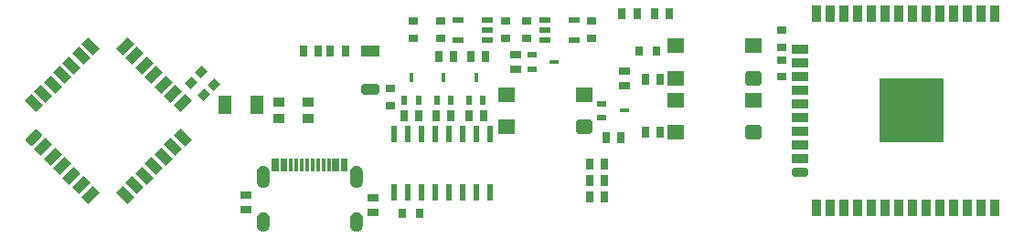
<source format=gtp>
G04 Layer_Color=8421504*
%FSLAX24Y24*%
%MOIN*%
G70*
G01*
G75*
%ADD11R,0.0390X0.0283*%
%ADD12R,0.0283X0.0390*%
G04:AMPARAMS|DCode=13|XSize=33.5mil|YSize=15.7mil|CornerRadius=0mil|HoleSize=0mil|Usage=FLASHONLY|Rotation=90.000|XOffset=0mil|YOffset=0mil|HoleType=Round|Shape=Octagon|*
%AMOCTAGOND13*
4,1,8,0.0039,0.0167,-0.0039,0.0167,-0.0079,0.0128,-0.0079,-0.0128,-0.0039,-0.0167,0.0039,-0.0167,0.0079,-0.0128,0.0079,0.0128,0.0039,0.0167,0.0*
%
%ADD13OCTAGOND13*%

%ADD14R,0.0217X0.0335*%
G04:AMPARAMS|DCode=15|XSize=33.5mil|YSize=15.7mil|CornerRadius=0mil|HoleSize=0mil|Usage=FLASHONLY|Rotation=0.000|XOffset=0mil|YOffset=0mil|HoleType=Round|Shape=Octagon|*
%AMOCTAGOND15*
4,1,8,0.0167,-0.0039,0.0167,0.0039,0.0128,0.0079,-0.0128,0.0079,-0.0167,0.0039,-0.0167,-0.0039,-0.0128,-0.0079,0.0128,-0.0079,0.0167,-0.0039,0.0*
%
%ADD15OCTAGOND15*%

%ADD16R,0.0335X0.0217*%
%ADD17R,0.0374X0.0315*%
G04:AMPARAMS|DCode=18|XSize=37.4mil|YSize=31.5mil|CornerRadius=0mil|HoleSize=0mil|Usage=FLASHONLY|Rotation=45.000|XOffset=0mil|YOffset=0mil|HoleType=Round|Shape=Rectangle|*
%AMROTATEDRECTD18*
4,1,4,-0.0021,-0.0244,-0.0244,-0.0021,0.0021,0.0244,0.0244,0.0021,-0.0021,-0.0244,0.0*
%
%ADD18ROTATEDRECTD18*%

%ADD19R,0.0433X0.0217*%
%ADD20R,0.0315X0.0374*%
%ADD21R,0.0118X0.0512*%
%ADD22R,0.0236X0.0610*%
%ADD23R,0.2362X0.2362*%
%ADD24R,0.0354X0.0591*%
G04:AMPARAMS|DCode=25|XSize=35.4mil|YSize=59.1mil|CornerRadius=0mil|HoleSize=0mil|Usage=FLASHONLY|Rotation=90.000|XOffset=0mil|YOffset=0mil|HoleType=Round|Shape=Octagon|*
%AMOCTAGOND25*
4,1,8,-0.0295,-0.0089,-0.0295,0.0089,-0.0207,0.0177,0.0207,0.0177,0.0295,0.0089,0.0295,-0.0089,0.0207,-0.0177,-0.0207,-0.0177,-0.0295,-0.0089,0.0*
%
%ADD25OCTAGOND25*%

%ADD26R,0.0591X0.0354*%
%ADD30R,0.0453X0.0709*%
G04:AMPARAMS|DCode=31|XSize=59.1mil|YSize=35.4mil|CornerRadius=0mil|HoleSize=0mil|Usage=FLASHONLY|Rotation=225.000|XOffset=0mil|YOffset=0mil|HoleType=Round|Shape=Rectangle|*
%AMROTATEDRECTD31*
4,1,4,0.0084,0.0334,0.0334,0.0084,-0.0084,-0.0334,-0.0334,-0.0084,0.0084,0.0334,0.0*
%
%ADD31ROTATEDRECTD31*%

G04:AMPARAMS|DCode=32|XSize=59.1mil|YSize=35.4mil|CornerRadius=0mil|HoleSize=0mil|Usage=FLASHONLY|Rotation=315.000|XOffset=0mil|YOffset=0mil|HoleType=Round|Shape=Rectangle|*
%AMROTATEDRECTD32*
4,1,4,-0.0334,0.0084,-0.0084,0.0334,0.0334,-0.0084,0.0084,-0.0334,-0.0334,0.0084,0.0*
%
%ADD32ROTATEDRECTD32*%

G04:AMPARAMS|DCode=33|XSize=59.1mil|YSize=35.4mil|CornerRadius=8.9mil|HoleSize=0mil|Usage=FLASHONLY|Rotation=45.000|XOffset=0mil|YOffset=0mil|HoleType=Round|Shape=RoundedRectangle|*
%AMROUNDEDRECTD33*
21,1,0.0591,0.0177,0,0,45.0*
21,1,0.0413,0.0354,0,0,45.0*
1,1,0.0177,0.0209,0.0084*
1,1,0.0177,-0.0084,-0.0209*
1,1,0.0177,-0.0209,-0.0084*
1,1,0.0177,0.0084,0.0209*
%
%ADD33ROUNDEDRECTD33*%
G04:AMPARAMS|DCode=34|XSize=43.3mil|YSize=35.4mil|CornerRadius=8.9mil|HoleSize=0mil|Usage=FLASHONLY|Rotation=180.000|XOffset=0mil|YOffset=0mil|HoleType=Round|Shape=RoundedRectangle|*
%AMROUNDEDRECTD34*
21,1,0.0433,0.0177,0,0,180.0*
21,1,0.0256,0.0354,0,0,180.0*
1,1,0.0177,-0.0128,0.0089*
1,1,0.0177,0.0128,0.0089*
1,1,0.0177,0.0128,-0.0089*
1,1,0.0177,-0.0128,-0.0089*
%
%ADD34ROUNDEDRECTD34*%
%ADD35R,0.0630X0.0551*%
G04:AMPARAMS|DCode=36|XSize=63mil|YSize=55.1mil|CornerRadius=13.8mil|HoleSize=0mil|Usage=FLASHONLY|Rotation=0.000|XOffset=0mil|YOffset=0mil|HoleType=Round|Shape=RoundedRectangle|*
%AMROUNDEDRECTD36*
21,1,0.0630,0.0276,0,0,0.0*
21,1,0.0354,0.0551,0,0,0.0*
1,1,0.0276,0.0177,-0.0138*
1,1,0.0276,-0.0177,-0.0138*
1,1,0.0276,-0.0177,0.0138*
1,1,0.0276,0.0177,0.0138*
%
%ADD36ROUNDEDRECTD36*%
G04:AMPARAMS|DCode=37|XSize=68.9mil|YSize=39.4mil|CornerRadius=0mil|HoleSize=0mil|Usage=FLASHONLY|Rotation=180.000|XOffset=0mil|YOffset=0mil|HoleType=Round|Shape=Octagon|*
%AMOCTAGOND37*
4,1,8,-0.0344,0.0098,-0.0344,-0.0098,-0.0246,-0.0197,0.0246,-0.0197,0.0344,-0.0098,0.0344,0.0098,0.0246,0.0197,-0.0246,0.0197,-0.0344,0.0098,0.0*
%
%ADD37OCTAGOND37*%

%ADD38R,0.0689X0.0394*%
G36*
X14989Y321D02*
X15052Y258D01*
X15087Y174D01*
Y129D01*
Y84D01*
X15087Y36D01*
X15086Y35D01*
Y-118D01*
Y-164D01*
X15051Y-250D01*
X14985Y-316D01*
X14900Y-351D01*
X14791D01*
X14711Y-318D01*
X14649Y-256D01*
X14616Y-176D01*
Y-132D01*
Y-18D01*
X14615Y124D01*
Y170D01*
X14650Y255D01*
X14715Y321D01*
X14801Y356D01*
X14906D01*
X14989Y321D01*
D02*
G37*
G36*
X11587D02*
X11651Y258D01*
X11685Y174D01*
Y129D01*
Y84D01*
X11685Y36D01*
X11685Y35D01*
Y-118D01*
Y-164D01*
X11649Y-250D01*
X11584Y-316D01*
X11498Y-351D01*
X11389D01*
X11309Y-318D01*
X11247Y-256D01*
X11214Y-176D01*
Y-132D01*
Y-18D01*
X11213Y124D01*
Y170D01*
X11249Y255D01*
X11314Y321D01*
X11399Y356D01*
X11504D01*
X11587Y321D01*
D02*
G37*
G36*
X14988Y2007D02*
X15052Y1943D01*
X15087Y1859D01*
Y1814D01*
X15086Y1517D01*
Y1489D01*
Y1443D01*
X15051Y1357D01*
X14985Y1291D01*
X14899Y1255D01*
X14797D01*
X14713Y1290D01*
X14649Y1353D01*
X14615Y1437D01*
Y1482D01*
X14615Y1790D01*
Y1811D01*
Y1856D01*
X14650Y1941D01*
X14715Y2006D01*
X14800Y2041D01*
X14905D01*
X14988Y2007D01*
D02*
G37*
G36*
X11587D02*
X11650Y1943D01*
X11685Y1859D01*
Y1814D01*
X11685Y1517D01*
Y1489D01*
Y1443D01*
X11649Y1357D01*
X11583Y1291D01*
X11497Y1255D01*
X11395D01*
X11311Y1290D01*
X11248Y1353D01*
X11213Y1437D01*
Y1482D01*
X11213Y1790D01*
Y1811D01*
Y1856D01*
X11248Y1941D01*
X11313Y2006D01*
X11398Y2041D01*
X11503D01*
X11587Y2007D01*
D02*
G37*
D11*
X15458Y329D02*
D03*
Y872D02*
D03*
X20669Y6108D02*
D03*
Y5565D02*
D03*
X24606Y4975D02*
D03*
Y5518D02*
D03*
X10827Y447D02*
D03*
Y990D02*
D03*
D12*
X12917Y6230D02*
D03*
X13461D02*
D03*
X13902D02*
D03*
X14445D02*
D03*
X17122Y3868D02*
D03*
X16579D02*
D03*
X18303D02*
D03*
X17760D02*
D03*
X19484D02*
D03*
X18941D02*
D03*
X19563Y6034D02*
D03*
X19020D02*
D03*
X23941Y3081D02*
D03*
X24484D02*
D03*
X25713Y7608D02*
D03*
X26256D02*
D03*
X24532D02*
D03*
X25075D02*
D03*
X25926Y3288D02*
D03*
X25383D02*
D03*
X25926Y5207D02*
D03*
X25383D02*
D03*
X17839Y6034D02*
D03*
X18382D02*
D03*
X23350Y2097D02*
D03*
X23894D02*
D03*
X23350Y915D02*
D03*
X23894D02*
D03*
X23350Y1506D02*
D03*
X23894D02*
D03*
D13*
X18032Y5266D02*
D03*
X16850D02*
D03*
X19213D02*
D03*
D14*
X18287Y4439D02*
D03*
X17776D02*
D03*
X17106D02*
D03*
X16594D02*
D03*
X19468D02*
D03*
X18957D02*
D03*
D15*
X24626Y4065D02*
D03*
X22067Y5837D02*
D03*
D16*
X23799Y3809D02*
D03*
Y4321D02*
D03*
X21240Y5581D02*
D03*
Y6093D02*
D03*
D17*
X20276Y7333D02*
D03*
Y6703D02*
D03*
X21063D02*
D03*
Y7333D02*
D03*
X23425Y6703D02*
D03*
Y7333D02*
D03*
X17913D02*
D03*
Y6703D02*
D03*
X16929D02*
D03*
Y7333D02*
D03*
X16099Y4872D02*
D03*
Y4242D02*
D03*
X30354Y6388D02*
D03*
Y7018D02*
D03*
Y5923D02*
D03*
X30354Y5293D02*
D03*
D18*
X8832Y5075D02*
D03*
X9278Y4630D02*
D03*
X9646Y5023D02*
D03*
X9200Y5469D02*
D03*
D19*
X22776Y7392D02*
D03*
Y6644D02*
D03*
X21713D02*
D03*
X21713Y7018D02*
D03*
X21713Y7392D02*
D03*
X18563Y6644D02*
D03*
Y7392D02*
D03*
X19626D02*
D03*
X19626Y7018D02*
D03*
X19626Y6644D02*
D03*
D20*
X25142Y6236D02*
D03*
X25772D02*
D03*
X17165Y325D02*
D03*
X16535D02*
D03*
D21*
X12461Y2069D02*
D03*
X12658D02*
D03*
X12854Y2069D02*
D03*
X13051Y2069D02*
D03*
X13248Y2069D02*
D03*
X13445Y2069D02*
D03*
X13642D02*
D03*
X13839D02*
D03*
X11811Y2069D02*
D03*
X11949D02*
D03*
X12142Y2069D02*
D03*
X12268Y2069D02*
D03*
X14032Y2069D02*
D03*
X14154Y2069D02*
D03*
X14350Y2069D02*
D03*
X14469Y2069D02*
D03*
D22*
X16226Y1073D02*
D03*
X16726D02*
D03*
X17226D02*
D03*
X17726D02*
D03*
X18226D02*
D03*
X18726D02*
D03*
X19226D02*
D03*
X17226Y3199D02*
D03*
X17726D02*
D03*
X18226D02*
D03*
X18726D02*
D03*
X19226D02*
D03*
X19726D02*
D03*
X19726Y1073D02*
D03*
X16726Y3199D02*
D03*
X16226D02*
D03*
D23*
X35091Y4065D02*
D03*
D24*
X38122Y522D02*
D03*
X37622D02*
D03*
X37122D02*
D03*
X36622Y522D02*
D03*
X36122Y522D02*
D03*
X35622Y522D02*
D03*
X35122Y522D02*
D03*
X34622D02*
D03*
X34122D02*
D03*
X33622D02*
D03*
X33122Y522D02*
D03*
X32622Y522D02*
D03*
X32122D02*
D03*
X31622D02*
D03*
Y7608D02*
D03*
X32122D02*
D03*
X32622D02*
D03*
X33122Y7608D02*
D03*
X33622D02*
D03*
X34122Y7608D02*
D03*
X34622D02*
D03*
X35122D02*
D03*
X35622Y7608D02*
D03*
X36122D02*
D03*
X36622D02*
D03*
X37122Y7608D02*
D03*
X37622D02*
D03*
X38122D02*
D03*
D25*
X31035Y1815D02*
D03*
D26*
X31035Y2315D02*
D03*
X31035Y2815D02*
D03*
X31035Y3315D02*
D03*
X31035Y3815D02*
D03*
X31035Y4315D02*
D03*
X31035Y4815D02*
D03*
X31035Y5315D02*
D03*
X31035Y5815D02*
D03*
X31035Y6315D02*
D03*
D30*
X10039Y4262D02*
D03*
X11220D02*
D03*
D31*
X8506Y4327D02*
D03*
X8158Y4675D02*
D03*
X7810Y5023D02*
D03*
X7462Y5371D02*
D03*
X7114Y5719D02*
D03*
X6766Y6067D02*
D03*
X6418Y6415D02*
D03*
X3425Y2726D02*
D03*
X3773Y2378D02*
D03*
X4121Y2030D02*
D03*
X4469Y1683D02*
D03*
X4817Y1334D02*
D03*
X5165Y987D02*
D03*
D32*
Y6415D02*
D03*
X4817Y6067D02*
D03*
X4469Y5719D02*
D03*
X4121Y5371D02*
D03*
X3773Y5023D02*
D03*
X3425Y4675D02*
D03*
X3077Y4327D02*
D03*
X6418Y987D02*
D03*
X6766Y1334D02*
D03*
X7114Y1683D02*
D03*
X7462Y2030D02*
D03*
X7810Y2378D02*
D03*
X8158Y2727D02*
D03*
X8506Y3074D02*
D03*
D33*
X3077D02*
D03*
D34*
X13100Y4360D02*
D03*
X12037D02*
D03*
X12037Y3770D02*
D03*
X13100D02*
D03*
D35*
X26477Y5246D02*
D03*
X29312Y6427D02*
D03*
X26477D02*
D03*
Y3278D02*
D03*
X29312Y4459D02*
D03*
X26477D02*
D03*
X20310Y3475D02*
D03*
X23145Y4656D02*
D03*
X20310D02*
D03*
D36*
X29312Y5246D02*
D03*
Y3278D02*
D03*
X23145Y3475D02*
D03*
D37*
X15354Y4852D02*
D03*
D38*
Y6230D02*
D03*
M02*

</source>
